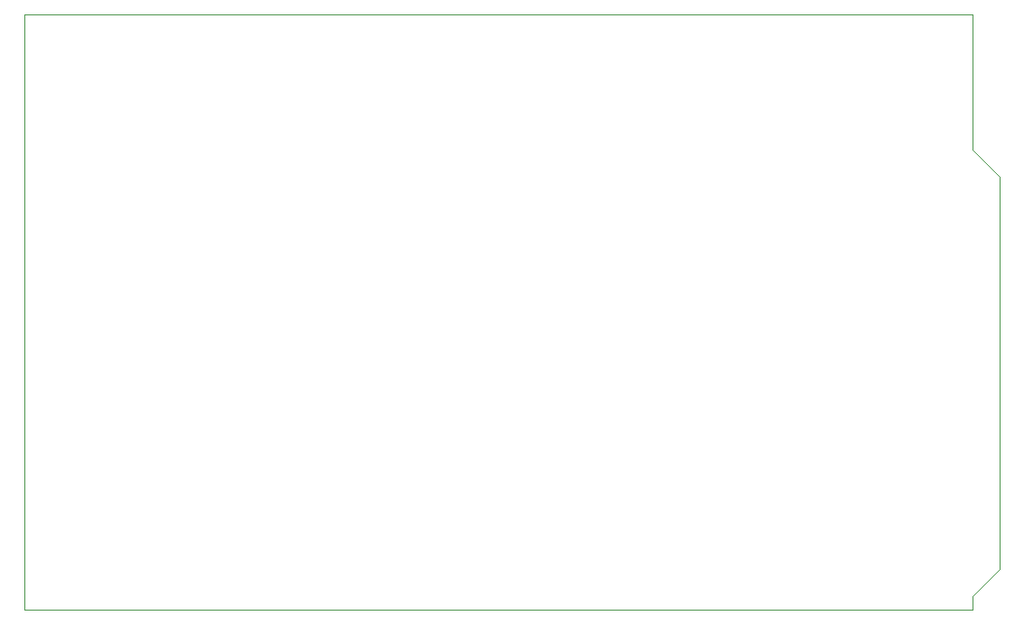
<source format=gbr>
G04 #@! TF.GenerationSoftware,KiCad,Pcbnew,5.1.5-52549c5~84~ubuntu16.04.1*
G04 #@! TF.CreationDate,2019-12-28T00:04:07+01:00*
G04 #@! TF.ProjectId,schema,73636865-6d61-42e6-9b69-6361645f7063,rev?*
G04 #@! TF.SameCoordinates,Original*
G04 #@! TF.FileFunction,Profile,NP*
%FSLAX46Y46*%
G04 Gerber Fmt 4.6, Leading zero omitted, Abs format (unit mm)*
G04 Created by KiCad (PCBNEW 5.1.5-52549c5~84~ubuntu16.04.1) date 2019-12-28 00:04:07*
%MOMM*%
%LPD*%
G04 APERTURE LIST*
%ADD10C,0.050000*%
G04 APERTURE END LIST*
D10*
X182880000Y-77470000D02*
X182880000Y-81280000D01*
X180340000Y-74930000D02*
X182880000Y-77470000D01*
X180340000Y-62230000D02*
X180340000Y-74930000D01*
X182880000Y-114300000D02*
X182880000Y-81280000D01*
X180340000Y-116840000D02*
X182880000Y-114300000D01*
X180340000Y-118110000D02*
X180340000Y-116840000D01*
X91440000Y-118110000D02*
X91440000Y-62230000D01*
X180340000Y-118110000D02*
X91440000Y-118110000D01*
X91440000Y-62230000D02*
X180340000Y-62230000D01*
M02*

</source>
